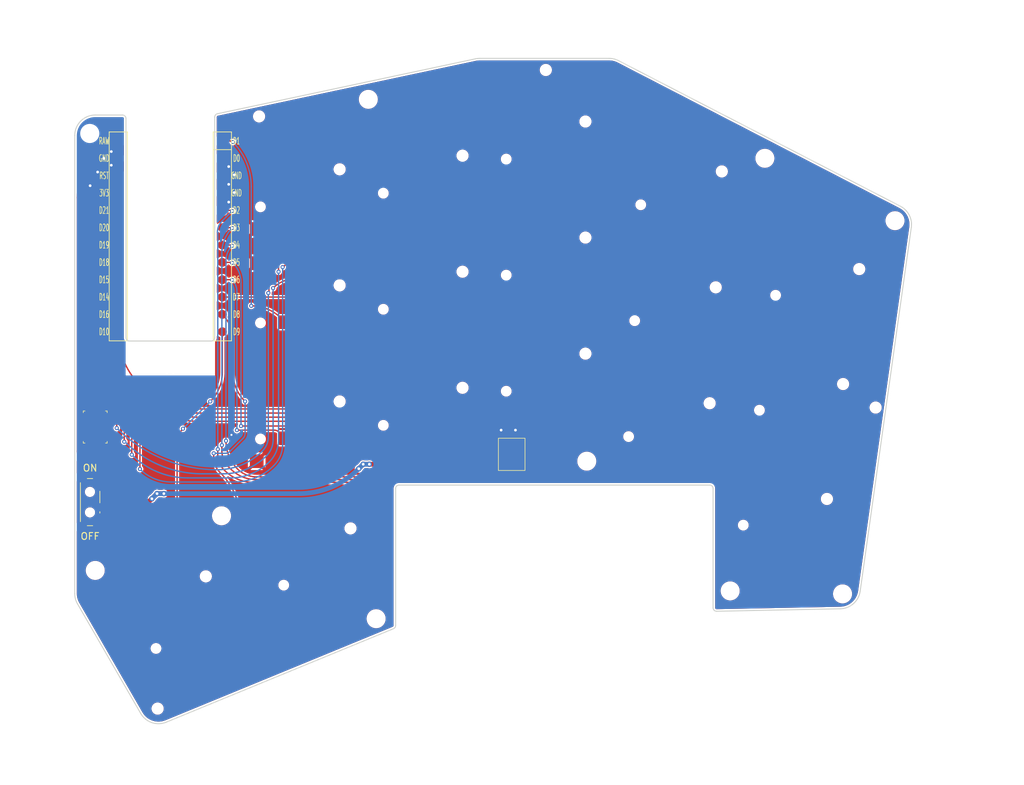
<source format=kicad_pcb>
(kicad_pcb (version 20241229) (generator "pcbnew") (generator_version "9.0")
  (title_block (title "slimsplaydy_right") (date "2025-06-18") (rev "1.0") (company "huntercook"))
  (layers (0 "F.Cu" signal) (2 "B.Cu" signal) (13 "F.Paste" user) (15 "B.Paste" user) (5 "F.SilkS" user "F.Silkscreen") (7 "B.SilkS" user "B.Silkscreen") (1 "F.Mask" user) (3 "B.Mask" user) (25 "Edge.Cuts" user))
  (net 0 "")
  (net 1 "RAW")
  (net 2 "GND")
  (net 3 "RST")
  (net 5 "mirror_finger_inner_top")
  (net 6 "mirror_finger_index_top")
  (net 7 "mirror_finger_middle_top")
  (net 8 "mirror_finger_ring_top")
  (net 9 "mirror_finger_pinky_home")
  (net 10 "mirror_finger_ring_home")
  (net 11 "mirror_finger_middle_home")
  (net 12 "mirror_finger_index_home")
  (net 13 "mirror_finger_inner_home")
  (net 15 "mirror_finger_pinky_bottom")
  (net 16 "mirror_finger_ring_bottom")
  (net 17 "mirror_finger_middle_bottom")
  (net 18 "mirror_finger_index_bottom")
  (net 19 "mirror_finger_inner_bottom")
  (net 20 "mirror_finger_pinky_top")
  (net 21 "mirror_thumb_tucky_fan")
  (net 22 "mirror_thumb_reachy_fan")
  (net 23 "BAT_P")
  (footprint "ceoloide:mounting_hole_npth" (layer "F.Cu") (at 163.94921 -60.450245)
    (property "Reference" "MH15" (hide yes))
    (property "Value" "")
  )
  (footprint "ceoloide:mounting_hole_npth" (layer "F.Cu") (at 123.94921 8.549755)
    (property "Reference" "MH8" (hide yes))
    (property "Value" "")
  )
  (footprint "PG1316S" (layer "F.Cu") (at 136.498543 14.699368 30)
    (property "Reference" "S17" (hide yes))
    (property "Value" "PG1316S")
  )
  (footprint "PG1316S" (layer "F.Cu") (at 189.94921 -37.450245)
    (property "Reference" "S8" (hide yes))
    (property "Value" "PG1316S")
  )
  (footprint "PG1316S" (layer "F.Cu") (at 156.44921 6.549755 15)
    (property "Reference" "S16" (hide yes))
    (property "Value" "PG1316S")
  )
  (footprint "ceoloide:mounting_hole_npth" (layer "F.Cu") (at 133.088289 28.792635 30)
    (property "Reference" "MH1" (hide yes))
    (property "Value" "")
  )
  (footprint "ceoloide:mounting_hole_npth" (layer "F.Cu") (at 142.44921 0.549755)
    (property "Reference" "MH7" (hide yes))
    (property "Value" "")
  )
  (footprint "PG1316S" (layer "F.Cu") (at 224.997087 0 -8)
    (property "Reference" "S1" (hide yes))
    (property "Value" "PG1316S")
  )
  (footprint "ceoloide:mounting_hole_npth" (layer "F.Cu") (at 123.14921 -55.450245)
    (property "Reference" "MH5" (hide yes))
    (property "Value" "")
  )
  (footprint "PG1316S" (layer "F.Cu") (at 208.899689 -30.472188 -3)
    (property "Reference" "S5" (hide yes))
    (property "Value" "PG1316S")
  )
  (footprint "PG1316S" (layer "F.Cu") (at 171.94921 -15.450245)
    (property "Reference" "S10" (hide yes))
    (property "Value" "PG1316S")
  )
  (footprint "ceoloide:mounting_hole_npth" (layer "F.Cu") (at 189.94921 -64.750244)
    (property "Reference" "MH3" (hide yes))
    (property "Value" "")
  )
  (footprint "PG1316S" (layer "F.Cu") (at 189.94921 -20.450245)
    (property "Reference" "S7" (hide yes))
    (property "Value" "PG1316S")
  )
  (footprint "ceoloide:power_switch_smd_side" (layer "F.Cu") (at 123.19921 -1.450245 180)
    (property "Reference" "PWR1" (hide yes))
    (property "Value" "Power SW")
  )
  (footprint "PG1316S" (layer "F.Cu") (at 153.94921 -13.450245)
    (property "Reference" "S13" (hide yes))
    (property "Value" "PG1316S")
  )
  (footprint "Molex_Pico_EZMate_Plus_1x02" (layer "F.Cu") (at 184.94921 -8.450245)
    (property "Reference" "CONN1" (hide yes))
    (property "Value" "Battery Connector")
  )
  (footprint "PG1316S" (layer "F.Cu") (at 171.94921 -32.450245)
    (property "Reference" "S11" (hide yes))
    (property "Value" "PG1316S")
  )
  (footprint "ceoloide:mounting_hole_npth" (layer "F.Cu") (at 147.94921 -57.950245)
    (property "Reference" "MH4" (hide yes))
    (property "Value" "")
  )
  (footprint "ceoloide:mounting_hole_npth" (layer "F.Cu") (at 222.034635 -51.814006 -3)
    (property "Reference" "MH14" (hide yes))
    (property "Value" "")
  )
  (footprint "ceoloide:mcu_nice_nano" (layer "F.Cu") (at 134.94921 -41.650245)
    (property "Reference" "MCU1" (hide yes))
    (property "Value" "nice_nano")
  )
  (footprint "ceoloide:reset_switch_smd_side" (layer "F.Cu") (at 123.94921 -12.450245 90)
    (property "Reference" "RST1" (hide yes))
    (property "Value" "Reset SW")
  )
  (footprint "ceoloide:mounting_hole_npth" (layer "F.Cu") (at 238.255978 -15.303653 -8)
    (property "Reference" "MH2" (hide yes))
    (property "Value" "")
  )
  (footprint "PG1316S" (layer "F.Cu") (at 208.009978 -13.495486 -3)
    (property "Reference" "S4" (hide yes))
    (property "Value" "PG1316S")
  )
  (footprint "PG1316S" (layer "F.Cu") (at 189.94921 -54.450245)
    (property "Reference" "S9" (hide yes))
    (property "Value" "PG1316S")
  )
  (footprint "PG1316S" (layer "F.Cu") (at 171.94921 -49.450245)
    (property "Reference" "S12" (hide yes))
    (property "Value" "PG1316S")
  )
  (footprint "ceoloide:mounting_hole_npth" (layer "F.Cu") (at 216.94921 11.549756)
    (property "Reference" "MH11" (hide yes))
    (property "Value" "")
  )
  (footprint "PG1316S" (layer "F.Cu") (at 153.94921 -30.450245)
    (property "Reference" "S14" (hide yes))
    (property "Value" "PG1316S")
  )
  (footprint "ceoloide:mounting_hole_npth" (layer "F.Cu") (at 134.94921 -21.450245)
    (property "Reference" "MH6" (hide yes))
    (property "Value" "")
  )
  (footprint "PG1316S" (layer "F.Cu") (at 153.94921 -47.450245)
    (property "Reference" "S15" (hide yes))
    (property "Value" "PG1316S")
  )
  (footprint "PG1316S" (layer "F.Cu") (at 227.36303 -16.834557 -8)
    (property "Reference" "S2" (hide yes))
    (property "Value" "PG1316S")
  )
  (footprint "PG1316S" (layer "F.Cu") (at 229.728972 -33.669114 -8)
    (property "Reference" "S3" (hide yes))
    (property "Value" "PG1316S")
  )
  (footprint "PG1316S" (layer "F.Cu") (at 209.789401 -47.44889 -3)
    (property "Reference" "S6" (hide yes))
    (property "Value" "PG1316S")
  )
  (footprint "ceoloide:mounting_hole_npth" (layer "F.Cu") (at 165.091775 15.622025 15)
    (property "Reference" "MH9" (hide yes))
    (property "Value" "")
  )
  (footprint "ceoloide:mounting_hole_npth" (layer "F.Cu") (at 195.94921 -7.450245)
    (property "Reference" "MH10" (hide yes))
    (property "Value" "")
  )
  (footprint "ceoloide:mounting_hole_npth" (layer "F.Cu") (at 233.410615 11.987599 -8)
    (property "Reference" "MH12" (hide yes))
    (property "Value" "")
  )
  (footprint "ceoloide:mounting_hole_npth" (layer "F.Cu") (at 241.09297 -42.675198 -8)
    (property "Reference" "MH13" (hide yes))
    (property "Value" "")
  )
  (footprint "magsafe" (layer "B.Cu") (at 179.94921 -32.450245)
    (property "Reference" "MAG1" (hide yes))
    (property "Value" "")
  )
  (gr_arc (start 199.2202 -66.450245) (mid 199.928595 -66.365409) (end 200.596924 -66.115696) (stroke (width 0.15)) (layer "Edge.Cuts"))
  (gr_arc (start 214.959153 14.529291) (mid 214.599187 14.386444) (end 214.44921 14.02939) (stroke (width 0.15)) (layer "Edge.Cuts"))
  (gr_arc (start 213.94921 -3.950245) (mid 214.302773 -3.803798) (end 214.44921 -3.450245) (stroke (width 0.15)) (layer "Edge.Cuts"))
  (gr_line (start 127.94921 -58.150245) (end 123.94921 -58.150245) (stroke (width 0.15)) (layer "Edge.Cuts"))
  (gr_line (start 179.64043 -66.38453) (end 141.845131 -58.340914) (stroke (width 0.15)) (layer "Edge.Cuts"))
  (gr_arc (start 241.887245 -44.788947) (mid 243.175361 -43.50138) (end 243.481324 -41.705976) (stroke (width 0.15)) (layer "Edge.Cuts"))
  (gr_arc (start 134.35131 30.775902) (mid 132.241718 30.840849) (end 130.611384 29.500432) (stroke (width 0.15)) (layer "Edge.Cuts"))
  (gr_line (start 214.44921 14.02939) (end 214.44921 -3.450245) (stroke (width 0.15)) (layer "Edge.Cuts"))
  (gr_line (start 241.887245 -44.788947) (end 200.596924 -66.115696) (stroke (width 0.15)) (layer "Edge.Cuts"))
  (gr_line (start 199.2202 -66.450245) (end 180.264906 -66.450245) (stroke (width 0.15)) (layer "Edge.Cuts"))
  (gr_arc (start 128.94921 -25.050245) (mid 128.595666 -25.196691) (end 128.44921 -25.550245) (stroke (width 0.15)) (layer "Edge.Cuts"))
  (gr_line (start 141.44921 -25.550245) (end 141.44921 -57.851867) (stroke (width 0.15)) (layer "Edge.Cuts"))
  (gr_arc (start 120.94921 -55.150245) (mid 121.827906 -57.271533) (end 123.94921 -58.150245) (stroke (width 0.15)) (layer "Edge.Cuts"))
  (gr_arc (start 141.44921 -57.851867) (mid 141.560597 -58.166478) (end 141.845131 -58.340914) (stroke (width 0.15)) (layer "Edge.Cuts"))
  (gr_arc (start 141.44921 -25.550245) (mid 141.30278 -25.196659) (end 140.94921 -25.050245) (stroke (width 0.15)) (layer "Edge.Cuts"))
  (gr_line (start 167.94921 -3.450245) (end 167.94921 16.62056) (stroke (width 0.15)) (layer "Edge.Cuts"))
  (gr_line (start 134.35131 30.775903) (end 167.639419 17.082967) (stroke (width 0.15)) (layer "Edge.Cuts"))
  (gr_arc (start 235.991491 11.586957) (mid 235.011269 13.413857) (end 233.080348 14.168844) (stroke (width 0.15)) (layer "Edge.Cuts"))
  (gr_arc (start 121.350541 13.445516) (mid 121.051268 12.722429) (end 120.94921 11.946544) (stroke (width 0.15)) (layer "Edge.Cuts"))
  (gr_line (start 140.94921 -25.050245) (end 128.94921 -25.050245) (stroke (width 0.15)) (layer "Edge.Cuts"))
  (gr_arc (start 127.94921 -58.150245) (mid 128.302773 -58.003798) (end 128.44921 -57.650245) (stroke (width 0.15)) (layer "Edge.Cuts"))
  (gr_line (start 128.44921 -25.550245) (end 128.44921 -57.650245) (stroke (width 0.15)) (layer "Edge.Cuts"))
  (gr_line (start 120.94921 -55.150245) (end 120.94921 11.946544) (stroke (width 0.15)) (layer "Edge.Cuts"))
  (gr_arc (start 179.64043 -66.38453) (mid 179.950944 -66.433771) (end 180.264906 -66.450245) (stroke (width 0.15)) (layer "Edge.Cuts"))
  (gr_line (start 121.350541 13.445516) (end 130.611384 29.500432) (stroke (width 0.15)) (layer "Edge.Cuts"))
  (gr_line (start 214.959153 14.529291) (end 233.080348 14.168844) (stroke (width 0.15)) (layer "Edge.Cuts"))
  (gr_line (start 235.991491 11.586957) (end 243.481324 -41.705976) (stroke (width 0.15)) (layer "Edge.Cuts"))
  (gr_line (start 213.94921 -3.950245) (end 168.44921 -3.950245) (stroke (width 0.15)) (layer "Edge.Cuts"))
  (gr_arc (start 167.94921 -3.450245) (mid 168.095673 -3.803766) (end 168.44921 -3.950245) (stroke (width 0.15)) (layer "Edge.Cuts"))
  (gr_arc (start 167.94921 16.62056) (mid 167.86462 16.898873) (end 167.639419 17.082967) (stroke (width 0.15)) (layer "Edge.Cuts"))
  (segment (start 124.316014 -52.616014) (end 125.14593 -53.44593) (width 0.7) (layer "F.Cu") (net 1))
  (segment (start 124.036463 -7) (end 123.454757 -7) (width 0.7) (layer "F.Cu") (net 1))
  (segment (start 125.8 -5.148101) (end 125.8 -5.349353) (width 0.7) (layer "F.Cu") (net 1))
  (segment (start 124.93421 -3.700245) (end 125.200245 -3.700245) (width 0.7) (layer "F.Cu") (net 1))
  (segment (start 121.60021 -8.900395) (end 121.60021 -46.059485) (width 0.7) (layer "F.Cu") (net 1))
  (arc (start 125.200245 -3.700245) (mid 125.644143 -4.364557) (end 125.8 -5.148101) (width 0.7) (layer "F.Cu") (net 1))
  (arc (start 124.316014 -52.616014) (mid 122.306025 -49.607853) (end 121.60021 -46.059485) (width 0.7) (layer "F.Cu") (net 1))
  (arc (start 121.60021 -8.900395) (mid 121.747338 -8.160733) (end 122.166317 -7.533683) (width 0.7) (layer "F.Cu") (net 1))
  (arc (start 123.454757 -7) (mid 122.757464 -7.138698) (end 122.166317 -7.533683) (width 0.7) (layer "F.Cu") (net 1))
  (arc (start 127.32921 -54.350245) (mid 126.147598 -54.115223) (end 125.14593 -53.44593) (width 0.7) (layer "F.Cu") (net 1))
  (arc (start 125.339903 -6.460097) (mid 125.68043 -5.950472) (end 125.8 -5.349353) (width 0.7) (layer "F.Cu") (net 1))
  (arc (start 124.036463 -7) (mid 124.74188 -6.859684) (end 125.339903 -6.460097) (width 0.7) (layer "F.Cu") (net 1))
  (via (at 143.5 -45.4) (size 0.8) (drill 0.4) (layers "F.Cu" "B.Cu") (net 2))
  (via (at 124.3 -49.8) (size 0.8) (drill 0.4) (layers "F.Cu" "B.Cu") (net 2))
  (via (at 183.4 -12) (size 0.8) (drill 0.4) (layers "F.Cu" "B.Cu") (net 2))
  (via (at 123.2 -47.8) (size 0.8) (drill 0.4) (layers "F.Cu" "B.Cu") (net 2))
  (via (at 126.3 -52.8) (size 0.8) (drill 0.4) (layers "F.Cu" "B.Cu") (net 2))
  (via (at 185.5 -12) (size 0.8) (drill 0.4) (layers "F.Cu" "B.Cu") (net 2))
  (via (at 143.5 -48) (size 0.8) (drill 0.4) (layers "F.Cu" "B.Cu") (net 2))
  (via (at 144.3 -46.8) (size 0.8) (drill 0.4) (layers "F.Cu" "B.Cu") (net 2))
  (via (at 125.2 -51.8) (size 0.8) (drill 0.4) (layers "F.Cu" "B.Cu") (net 2))
  (via (at 143.5 -50.6) (size 0.8) (drill 0.4) (layers "F.Cu" "B.Cu") (net 2))
  (via (at 143.9 -11.3) (size 0.6) (drill 0.3) (layers "F.Cu" "B.Cu") (net 2))
  (via (at 144.3 -49.4) (size 0.8) (drill 0.4) (layers "F.Cu" "B.Cu") (net 2))
  (via (at 126.3 -50.8) (size 0.8) (drill 0.4) (layers "F.Cu" "B.Cu") (net 2))
  (segment (start 122.25121 -41.309203) (end 122.25121 -21.226693) (width 0.2) (layer "F.Cu") (net 3))
  (segment (start 124.79921 -9.825245) (end 124.79921 -15.075245) (width 0.2) (layer "F.Cu") (net 3))
  (arc (start 127.32921 -49.270245) (mid 126.166072 -49.038897) (end 125.180073 -48.380073) (width 0.2) (layer "F.Cu") (net 3))
  (arc (start 123.720527 -17.679473) (mid 124.518869 -16.484669) (end 124.79921 -15.075245) (width 0.2) (layer "F.Cu") (net 3))
  (arc (start 122.25121 -21.226693) (mid 122.633068 -19.306961) (end 123.720527 -17.679473) (width 0.2) (layer "F.Cu") (net 3))
  (arc (start 125.180073 -48.380073) (mid 123.01239 -45.135918) (end 122.25121 -41.309203) (width 0.2) (layer "F.Cu") (net 3))
  (segment (start 123 -24.633299) (end 123 -33.738558) (width 0.2) (layer "F.Cu") (net 5))
  (segment (start 127.1 -12.3) (end 127.1 -14.7351) (width 0.2) (layer "F.Cu") (net 5))
  (segment (start 149.4 -32.2) (end 149.4 -39.068465) (width 0.2) (layer "F.Cu") (net 5))
  (segment (start 149.3 -32.090245) (end 149.3 -32.1) (width 0.2) (layer "F.Cu") (net 5))
  (segment (start 149.3 -32.1) (end 149.4 -32.2) (width 0.2) (layer "F.Cu") (net 5))
  (via (at 127.1 -12.3) (size 0.6) (drill 0.3) (layers "F.Cu" "B.Cu") (net 5))
  (via (at 149.3 -32.090245) (size 0.6) (drill 0.3) (layers "F.Cu" "B.Cu") (net 5))
  (arc (start 123 -33.738558) (mid 124.125134 -39.394988) (end 127.32921 -44.190245) (width 0.2) (layer "F.Cu") (net 5))
  (arc (start 149.4 -39.068465) (mid 150.017024 -42.170456) (end 151.77421 -44.800245) (width 0.2) (layer "F.Cu") (net 5))
  (arc (start 126.276237 -16.723763) (mid 123.851466 -20.352689) (end 123 -24.633299) (width 0.2) (layer "F.Cu") (net 5))
  (arc (start 126.276237 -16.723763) (mid 126.885926 -15.811326) (end 127.1 -14.7351) (width 0.2) (layer "F.Cu") (net 5))
  (segment (start 149.3 -32.090245) (end 149.3 -11.017949) (width 0.2) (layer "B.Cu") (net 5))
  (arc (start 141.826715 -6.2) (mid 145.405166 -6.91179) (end 148.438797 -8.938797) (width 0.2) (layer "B.Cu") (net 5))
  (arc (start 141.826715 -6.2) (mid 133.85667 -7.78534) (end 127.1 -12.3) (width 0.2) (layer "B.Cu") (net 5))
  (arc (start 149.3 -11.017949) (mid 149.076176 -9.89271) (end 148.438797 -8.938797) (width 0.2) (layer "B.Cu") (net 5))
  (segment (start 169.77421 -41.653064) (end 169.77421 -46.800245) (width 0.2) (layer "F.Cu") (net 6))
  (segment (start 153.379911 -34.2) (end 161.951385 -34.2) (width 0.2) (layer "F.Cu") (net 6))
  (segment (start 128.2 -10.3) (end 128.2 -13.538017) (width 0.2) (layer "F.Cu") (net 6))
  (segment (start 123.5 -24.884689) (end 123.5 -32.405677) (width 0.2) (layer "F.Cu") (net 6))
  (via (at 128.2 -10.3) (size 0.6) (drill 0.3) (layers "F.Cu" "B.Cu") (net 6))
  (via (at 150 -32.8) (size 0.6) (drill 0.3) (layers "F.Cu" "B.Cu") (net 6))
  (arc (start 123.5 -32.405677) (mid 124.495186 -37.408816) (end 127.32921 -41.650245) (width 0.2) (layer "F.Cu") (net 6))
  (arc (start 169.77421 -41.653064) (mid 169.226783 -38.900962) (end 167.667829 -36.567829) (width 0.2) (layer "F.Cu") (net 6))
  (arc (start 126.635799 -17.314201) (mid 127.793501 -15.581623) (end 128.2 -13.538017) (width 0.2) (layer "F.Cu") (net 6))
  (arc (start 123.5 -24.884689) (mid 124.314968 -20.78757) (end 126.635799 -17.314201) (width 0.2) (layer "F.Cu") (net 6))
  (arc (start 150 -32.8) (mid 151.550711 -33.836149) (end 153.379911 -34.2) (width 0.2) (layer "F.Cu") (net 6))
  (arc (start 161.951385 -34.2) (mid 165.045102 -34.815379) (end 167.667829 -36.567829) (width 0.2) (layer "F.Cu") (net 6))
  (segment (start 128.3 -10.3) (end 128.2 -10.3) (width 0.2) (layer "B.Cu") (net 6))
  (segment (start 150 -32.8) (end 150 -10.565263) (width 0.2) (layer "B.Cu") (net 6))
  (segment (start 142.674259 -5.6) (end 139.646708 -5.6) (width 0.2) (layer "B.Cu") (net 6))
  (arc (start 128.3 -10.3) (mid 133.505951 -6.821472) (end 139.646708 -5.6) (width 0.2) (layer "B.Cu") (net 6))
  (arc (start 149.034578 -8.234566) (mid 149.749107 -9.303927) (end 150 -10.565263) (width 0.2) (layer "B.Cu") (net 6))
  (arc (start 149.034578 -8.234566) (mid 146.116446 -6.284702) (end 142.674259 -5.6) (width 0.2) (layer "B.Cu") (net 6))
  (segment (start 151.009243 -36.409243) (end 156.90368 -42.30368) (width 0.2) (layer "F.Cu") (net 7))
  (segment (start 124 -24.571832) (end 124 -31.072836) (width 0.2) (layer "F.Cu") (net 7))
  (segment (start 150.8 -35.2) (end 150.8 -35.904085) (width 0.2) (layer "F.Cu") (net 7))
  (segment (start 129.3 -8.4) (end 129.3 -12.575969) (width 0.2) (layer "F.Cu") (net 7))
  (segment (start 127.161686 -17.738314) (end 126.596376 -18.303624) (width 0.2) (layer "F.Cu") (net 7))
  (segment (start 177.413788 -50.799245) (end 185.357596 -50.799245) (width 0.2) (layer "F.Cu") (net 7))
  (via (at 129.3 -8.4) (size 0.6) (drill 0.3) (layers "F.Cu" "B.Cu") (net 7))
  (via (at 150.8 -35.2) (size 0.6) (drill 0.3) (layers "F.Cu" "B.Cu") (net 7))
  (arc (start 129.3 -12.575969) (mid 128.74427 -15.36981) (end 127.161686 -17.738314) (width 0.2) (layer "F.Cu") (net 7))
  (arc (start 156.90368 -42.30368) (mid 166.313798 -48.591319) (end 177.413788 -50.799245) (width 0.2) (layer "F.Cu") (net 7))
  (arc (start 124 -31.072836) (mid 124.865231 -35.422644) (end 127.32921 -39.110245) (width 0.2) (layer "F.Cu") (net 7))
  (arc (start 185.357596 -50.799245) (mid 186.665453 -51.059394) (end 187.77421 -51.800245) (width 0.2) (layer "F.Cu") (net 7))
  (arc (start 151.009243 -36.409243) (mid 150.85438 -36.177475) (end 150.8 -35.904085) (width 0.2) (layer "F.Cu") (net 7))
  (arc (start 124 -24.571832) (mid 124.674776 -21.179503) (end 126.596376 -18.303624) (width 0.2) (layer "F.Cu") (net 7))
  (segment (start 150.8 -10.579771) (end 150.8 -35.2) (width 0.2) (layer "B.Cu") (net 7))
  (segment (start 137.50804 -5) (end 143.747205 -5) (width 0.2) (layer "B.Cu") (net 7))
  (arc (start 149.470801 -7.370801) (mid 146.844784 -5.616147) (end 143.747205 -5) (width 0.2) (layer "B.Cu") (net 7))
  (arc (start 149.470801 -7.370801) (mid 150.454552 -8.843089) (end 150.8 -10.579771) (width 0.2) (layer "B.Cu") (net 7))
  (arc (start 129.3 -8.4) (mid 133.065925 -5.883606) (end 137.50804 -5) (width 0.2) (layer "B.Cu") (net 7))
  (segment (start 178.554113 -50.398245) (end 194.244327 -50.398245) (width 0.2) (layer "F.Cu") (net 8))
  (segment (start 124.5 -24.626183) (end 124.5 -29.739969) (width 0.2) (layer "F.Cu") (net 8))
  (segment (start 151.475735 -35.875735) (end 157.119777 -41.519813) (width 0.2) (layer "F.Cu") (net 8))
  (segment (start 130.5 -6.3) (end 130.5 -11.048683) (width 0.2) (layer "F.Cu") (net 8))
  (segment (start 127.493864 -18.306136) (end 126.851967 -18.948033) (width 0.2) (layer "F.Cu") (net 8))
  (segment (start 151.4 -35.875735) (end 151.475735 -35.875735) (width 0.2) (layer "F.Cu") (net 8))
  (via (at 130.5 -6.3) (size 0.6) (drill 0.3) (layers "F.Cu" "B.Cu") (net 8))
  (via (at 151.4 -35.875735) (size 0.6) (drill 0.3) (layers "F.Cu" "B.Cu") (net 8))
  (arc (start 207.478691 -44.916352) (mid 201.406677 -48.973564) (end 194.244327 -50.398245) (width 0.2) (layer "F.Cu") (net 8))
  (arc (start 124.5 -29.739969) (mid 125.23528 -33.436472) (end 127.32921 -36.570245) (width 0.2) (layer "F.Cu") (net 8))
  (arc (start 126.851967 -18.948033) (mid 125.111256 -21.55319) (end 124.5 -24.626183) (width 0.2) (layer "F.Cu") (net 8))
  (arc (start 130.5 -11.048683) (mid 129.71873 -14.976388) (end 127.493864 -18.306136) (width 0.2) (layer "F.Cu") (net 8))
  (arc (start 157.119777 -41.519813) (mid 166.953926 -48.090815) (end 178.554113 -50.398245) (width 0.2) (layer "F.Cu") (net 8))
  (segment (start 130.5 -6.3) (end 130.503366 -6.3) (width 0.2) (layer "B.Cu") (net 8))
  (segment (start 151.4 -9.931142) (end 151.4 -35.875735) (width 0.2) (layer "B.Cu") (net 8))
  (segment (start 135.086933 -4.4) (end 144.298569 -4.4) (width 0.2) (layer "B.Cu") (net 8))
  (segment (start 130.503366 -6.3) (end 130.681838 -6.121528) (width 0.2) (layer "B.Cu") (net 8))
  (arc (start 130.681838 -6.121528) (mid 132.722637 -4.846201) (end 135.086933 -4.4) (width 0.2) (layer "B.Cu") (net 8))
  (arc (start 150.105187 -6.805187) (mid 151.063489 -8.239387) (end 151.4 -9.931142) (width 0.2) (layer "B.Cu") (net 8))
  (arc (start 144.298569 -4.4) (mid 147.441082 -5.025085) (end 150.105187 -6.805187) (width 0.2) (layer "B.Cu") (net 8))
  (segment (start 224.320233 -13.992893) (end 224.840388 -14.513048) (width 0.2) (layer "F.Cu") (net 9))
  (segment (start 179.499219 -23.8) (end 182.260084 -23.8) (width 0.2) (layer "F.Cu") (net 9))
  (segment (start 139.024393 -13.3) (end 158.016893 -13.3) (width 0.2) (layer "F.Cu") (net 9))
  (segment (start 127.279106 -19.420894) (end 129.422953 -17.277047) (width 0.2) (layer "F.Cu") (net 9))
  (segment (start 166.523588 -16.823588) (end 169.257912 -19.557912) (width 0.2) (layer "F.Cu") (net 9))
  (segment (start 206.643614 -13.7) (end 223.613126 -13.7) (width 0.2) (layer "F.Cu") (net 9))
  (segment (start 125 -28.407025) (end 125 -24.923142) (width 0.2) (layer "F.Cu") (net 9))
  (arc (start 197.180054 -17.619946) (mid 190.334714 -22.193856) (end 182.260084 -23.8) (width 0.2) (layer "F.Cu") (net 9))
  (arc (start 169.257912 -19.557912) (mid 173.956664 -22.697517) (end 179.499219 -23.8) (width 0.2) (layer "F.Cu") (net 9))
  (arc (start 127.32921 -34.030245) (mid 125.605342 -31.450292) (end 125 -28.407025) (width 0.2) (layer "F.Cu") (net 9))
  (arc (start 139.024393 -13.3) (mid 133.828131 -14.333601) (end 129.422953 -17.277047) (width 0.2) (layer "F.Cu") (net 9))
  (arc (start 224.320233 -13.992893) (mid 223.99581 -13.77612) (end 223.613126 -13.7) (width 0.2) (layer "F.Cu") (net 9))
  (arc (start 158.016893 -13.3) (mid 162.620683 -14.215751) (end 166.523588 -16.823588) (width 0.2) (layer "F.Cu") (net 9))
  (arc (start 127.279106 -19.420894) (mid 125.592321 -21.945347) (end 125 -24.923142) (width 0.2) (layer "F.Cu") (net 9))
  (arc (start 206.643614 -13.7) (mid 201.521983 -14.718756) (end 197.180054 -17.619946) (width 0.2) (layer "F.Cu") (net 9))
  (segment (start 182.801628 -29.3) (end 203.304832 -29.3) (width 0.2) (layer "F.Cu") (net 10))
  (segment (start 138.947335 -13.9) (end 158.164092 -13.9) (width 0.2) (layer "F.Cu") (net 10))
  (segment (start 165.907371 -17.107371) (end 174.775447 -25.975447) (width 0.2) (layer "F.Cu") (net 10))
  (segment (start 127.837625 -19.662375) (end 129.818863 -17.681137) (width 0.2) (layer "F.Cu") (net 10))
  (segment (start 125.5 -27.07427) (end 125.5 -25.305903) (width 0.2) (layer "F.Cu") (net 10))
  (arc (start 138.947335 -13.9) (mid 134.007042 -14.882685) (end 129.818863 -17.681137) (width 0.2) (layer "F.Cu") (net 10))
  (arc (start 127.837625 -19.662375) (mid 126.107529 -22.251648) (end 125.5 -25.305903) (width 0.2) (layer "F.Cu") (net 10))
  (arc (start 203.304832 -29.3) (mid 205.082188 -28.946462) (end 206.588979 -27.93965) (width 0.2) (layer "F.Cu") (net 10))
  (arc (start 182.801628 -29.3) (mid 178.45789 -28.435977) (end 174.775447 -25.975447) (width 0.2) (layer "F.Cu") (net 10))
  (arc (start 158.164092 -13.9) (mid 162.354724 -14.733569) (end 165.907371 -17.107371) (width 0.2) (layer "F.Cu") (net 10))
  (arc (start 127.32921 -31.490245) (mid 125.975373 -29.464129) (end 125.5 -27.07427) (width 0.2) (layer "F.Cu") (net 10))
  (segment (start 128.433314 -19.866686) (end 130.179891 -18.120109) (width 0.2) (layer "F.Cu") (net 11))
  (segment (start 186.866858 -33.892893) (end 187.77421 -34.800245) (width 0.2) (layer "F.Cu") (net 11))
  (segment (start 184.59411 -33.6) (end 186.159751 -33.6) (width 0.2) (layer "F.Cu") (net 11))
  (segment (start 138.919606 -14.5) (end 158.474384 -14.5) (width 0.2) (layer "F.Cu") (net 11))
  (segment (start 165.164381 -17.271087) (end 179.300687 -31.407393) (width 0.2) (layer "F.Cu") (net 11))
  (arc (start 158.474384 -14.5) (mid 162.094984 -15.220182) (end 165.164381 -17.271087) (width 0.2) (layer "F.Cu") (net 11))
  (arc (start 127.32921 -28.950245) (mid 126.345444 -27.477948) (end 126 -25.741284) (width 0.2) (layer "F.Cu") (net 11))
  (arc (start 128.433314 -19.866686) (mid 126.632398 -22.561948) (end 126 -25.741284) (width 0.2) (layer "F.Cu") (net 11))
  (arc (start 184.59411 -33.6) (mid 181.72933 -33.03016) (end 179.300687 -31.407393) (width 0.2) (layer "F.Cu") (net 11))
  (arc (start 186.159751 -33.6) (mid 186.542434 -33.67612) (end 186.866858 -33.892893) (width 0.2) (layer "F.Cu") (net 11))
  (arc (start 138.919606 -14.5) (mid 134.189706 -15.440836) (end 130.179891 -18.120109) (width 0.2) (layer "F.Cu") (net 11))
  (segment (start 165.997427 -18.997427) (end 164.181849 -17.181849) (width 0.2) (layer "F.Cu") (net 12))
  (segment (start 169.77421 -29.800245) (end 169.77421 -28.115388) (width 0.2) (layer "F.Cu") (net 12))
  (segment (start 127.32921 -26.235303) (end 127.32921 -26.410245) (width 0.2) (layer "F.Cu") (net 12))
  (segment (start 159.155821 -15.1) (end 138.96932 -15.1) (width 0.2) (layer "F.Cu") (net 12))
  (arc (start 169.77421 -28.115388) (mid 168.792656 -23.180783) (end 165.997427 -18.997427) (width 0.2) (layer "F.Cu") (net 12))
  (arc (start 164.181849 -17.181849) (mid 161.875888 -15.641055) (end 159.155821 -15.1) (width 0.2) (layer "F.Cu") (net 12))
  (arc (start 130.486161 -18.613839) (mid 128.149658 -22.110631) (end 127.32921 -26.235303) (width 0.2) (layer "F.Cu") (net 12))
  (arc (start 130.486161 -18.613839) (mid 134.378267 -16.013217) (end 138.96932 -15.1) (width 0.2) (layer "F.Cu") (net 12))
  (segment (start 142.56921 -54.350245) (end 143.949755 -54.350245) (width 0.2) (layer "F.Cu") (net 13))
  (segment (start 143.949755 -54.350245) (end 144.1 -54.2) (width 0.2) (layer "F.Cu") (net 13))
  (segment (start 151.194862 -28.379593) (end 151.77421 -27.800245) (width 0.2) (layer "F.Cu") (net 13))
  (via (at 146.8 -30.2) (size 0.6) (drill 0.3) (layers "F.Cu" "B.Cu") (net 13))
  (via (at 144.1 -54.2) (size 0.6) (drill 0.3) (layers "F.Cu" "B.Cu") (net 13))
  (arc (start 146.8 -30.2) (mid 149.178487 -29.726892) (end 151.194862 -28.379593) (width 0.2) (layer "F.Cu") (net 13))
  (segment (start 146.8 -47.681685) (end 146.8 -30.2) (width 0.2) (layer "B.Cu") (net 13))
  (arc (start 144.1 -54.2) (mid 146.098304 -51.209348) (end 146.8 -47.681685) (width 0.2) (layer "B.Cu") (net 13))
  (segment (start 142.56921 -44.190245) (end 143.909755 -44.190245) (width 0.2) (layer "F.Cu") (net 15))
  (segment (start 141.9 -9.2) (end 141.9 -8.330802) (width 0.2) (layer "F.Cu") (net 15))
  (segment (start 142.770308 -6.229692) (end 142.911925 -6.088075) (width 0.2) (layer "F.Cu") (net 15))
  (segment (start 221.013941 -1.286059) (end 220.800351 -1.499649) (width 0.2) (layer "F.Cu") (net 15))
  (segment (start 147.105002 -4.351245) (end 213.915979 -4.351245) (width 0.2) (layer "F.Cu") (net 15))
  (segment (start 143.909755 -44.190245) (end 144 -44.1) (width 0.2) (layer "F.Cu") (net 15))
  (segment (start 222.474445 2.239905) (end 222.474445 2.321509) (width 0.2) (layer "F.Cu") (net 15))
  (via (at 141.9 -9.2) (size 0.6) (drill 0.3) (layers "F.Cu" "B.Cu") (net 15))
  (via (at 144 -44.1) (size 0.6) (drill 0.3) (layers "F.Cu" "B.Cu") (net 15))
  (arc (start 222.474445 2.239905) (mid 222.094874 0.33167) (end 221.013941 -1.286059) (width 0.2) (layer "F.Cu") (net 15))
  (arc (start 213.915979 -4.351245) (mid 217.641774 -3.61014) (end 220.800351 -1.499649) (width 0.2) (layer "F.Cu") (net 15))
  (arc (start 147.105002 -4.351245) (mid 144.835725 -4.802632) (end 142.911925 -6.088075) (width 0.2) (layer "F.Cu") (net 15))
  (arc (start 141.9 -8.330802) (mid 142.126186 -7.19369) (end 142.770308 -6.229692) (width 0.2) (layer "F.Cu") (net 15))
  (segment (start 141.9 -40.95021) (end 141.85021 -41) (width 0.2) (layer "B.Cu") (net 15))
  (segment (start 142.522127 -42.622127) (end 144 -44.1) (width 0.2) (layer "B.Cu") (net 15))
  (segment (start 141.9 -9.2) (end 141.9 -40.95021) (width 0.2) (layer "B.Cu") (net 15))
  (arc (start 141.85021 -41) (mid 142.024835 -41.877879) (end 142.522127 -42.622127) (width 0.2) (layer "B.Cu") (net 15))
  (segment (start 143.454624 -6.645376) (end 143.797456 -6.302544) (width 0.2) (layer "F.Cu") (net 16))
  (segment (start 205.699268 -7.93457) (end 205.699268 -10.962948) (width 0.2) (layer "F.Cu") (net 16))
  (segment (start 142.501 -9.448943) (end 142.501 -8.951057) (width 0.2) (layer "F.Cu") (net 16))
  (segment (start 142.56921 -41.650245) (end 143.949755 -41.650245) (width 0.2) (layer "F.Cu") (net 16))
  (segment (start 142.5 -9.449943) (end 142.501 -9.448943) (width 0.2) (layer "F.Cu") (net 16))
  (segment (start 142.501 -8.951057) (end 142.5 -8.950057) (width 0.2) (layer "F.Cu") (net 16))
  (segment (start 147.540208 -4.752245) (end 201.551208 -4.752245) (width 0.2) (layer "F.Cu") (net 16))
  (segment (start 142.5 -9.8) (end 142.5 -9.449943) (width 0.2) (layer "F.Cu") (net 16))
  (segment (start 143.949755 -41.650245) (end 144 -41.6) (width 0.2) (layer "F.Cu") (net 16))
  (via (at 142.5 -9.8) (size 0.6) (drill 0.3) (layers "F.Cu" "B.Cu") (net 16))
  (via (at 144 -41.6) (size 0.6) (drill 0.3) (layers "F.Cu" "B.Cu") (net 16))
  (arc (start 201.551208 -4.752245) (mid 203.399926 -5.119978) (end 204.967198 -6.167198) (width 0.2) (layer "F.Cu") (net 16))
  (arc (start 205.699268 -7.93457) (mid 205.509009 -6.978075) (end 204.967198 -6.167198) (width 0.2) (layer "F.Cu") (net 16))
  (arc (start 147.540208 -4.752245) (mid 145.514645 -5.155155) (end 143.797456 -6.302544) (width 0.2) (layer "F.Cu") (net 16))
  (arc (start 143.454624 -6.645376) (mid 142.748099 -7.702765) (end 142.5 -8.950057) (width 0.2) (layer "F.Cu") (net 16))
  (segment (start 142.5 -9.8) (end 142.5 -37.978737) (width 0.2) (layer "B.Cu") (net 16))
  (arc (start 142.5 -37.978737) (mid 142.889827 -39.938529) (end 144 -41.6) (width 0.2) (layer "B.Cu") (net 16))
  (segment (start 187.77421 -7.204371) (end 187.77421 -17.800245) (width 0.2) (layer "F.Cu") (net 17))
  (segment (start 143.1 -10.429149) (end 143.1 -10.397081) (width 0.2) (layer "F.Cu") (net 17))
  (segment (start 142.56921 -39.110245) (end 143.889755 -39.110245) (width 0.2) (layer "F.Cu") (net 17))
  (segment (start 143.889755 -39.110245) (end 144 -39) (width 0.2) (layer "F.Cu") (net 17))
  (segment (start 147.575461 -5.153245) (end 185.656719 -5.153245) (width 0.2) (layer "F.Cu") (net 17))
  (via (at 143.1 -10.429149) (size 0.6) (drill 0.3) (layers "F.Cu" "B.Cu") (net 17))
  (via (at 144 -39) (size 0.6) (drill 0.3) (layers "F.Cu" "B.Cu") (net 17))
  (arc (start 187.77421 -7.204371) (mid 187.621653 -6.437406) (end 187.187204 -5.7872) (width 0.2) (layer "F.Cu") (net 17))
  (arc (start 187.187204 -5.7872) (mid 186.485013 -5.318005) (end 185.656719 -5.153245) (width 0.2) (layer "F.Cu") (net 17))
  (arc (start 144.795086 -6.304914) (mid 143.540515 -8.182467) (end 143.1 -10.397081) (width 0.2) (layer "F.Cu") (net 17))
  (arc (start 144.795086 -6.304914) (mid 146.070733 -5.452554) (end 147.575461 -5.153245) (width 0.2) (layer "F.Cu") (net 17))
  (segment (start 143.1 -10.429149) (end 143.1 -36.827294) (width 0.2) (layer "B.Cu") (net 17))
  (arc (start 144 -39) (mid 143.333887 -38.003122) (end 143.1 -36.827294) (width 0.2) (layer "B.Cu") (net 17))
  (segment (start 143.929755 -36.570245) (end 142.56921 -36.570245) (width 0.2) (layer "F.Cu") (net 18))
  (segment (start 144 -36.5) (end 143.929755 -36.570245) (width 0.2) (layer "F.Cu") (net 18))
  (segment (start 169.77421 -12.800245) (end 169.647424 -12.927034) (width 0.2) (layer "F.Cu") (net 18))
  (segment (start 145.3 -12.6) (end 162.711699 -12.6) (width 0.2) (layer "F.Cu") (net 18))
  (via (at 144 -36.5) (size 0.6) (drill 0.3) (layers "F.Cu" "B.Cu") (net 18))
  (via (at 145.3 -12.6) (size 0.6) (drill 0.3) (layers "F.Cu" "B.Cu") (net 18))
  (arc (start 163.54542 -12.945356) (mid 164.935048 -13.873938) (end 166.574264 -14.199997) (width 0.2) (layer "F.Cu") (net 18))
  (arc (start 169.647424 -12.927034) (mid 168.237479 -13.869151) (end 166.574264 -14.199997) (width 0.2) (layer "F.Cu") (net 18))
  (arc (start 163.54542 -12.945356) (mid 163.162915 -12.689758) (end 162.711699 -12.6) (width 0.2) (layer "F.Cu") (net 18))
  (segment (start 145.3 -12.6) (end 145.3 -33.602967) (width 0.2) (layer "B.Cu") (net 18))
  (segment (start 144.1 -36.5) (end 144 -36.5) (width 0.2) (layer "B.Cu") (net 18))
  (arc (start 145.3 -33.602967) (mid 144.988135 -35.17082) (end 144.1 -36.5) (width 0.2) (layer "B.Cu") (net 18))
  (segment (start 143.969755 -34.030245) (end 144 -34) (width 0.2) (layer "F.Cu") (net 19))
  (segment (start 144.7 -12) (end 150.160241 -12) (width 0.2) (layer "F.Cu") (net 19))
  (segment (start 150.867348 -11.707107) (end 151.77421 -10.800245) (width 0.2) (layer "F.Cu") (net 19))
  (segment (start 142.56921 -34.030245) (end 143.969755 -34.030245) (width 0.2) (layer "F.Cu") (net 19))
  (via (at 144.7 -12) (size 0.6) (drill 0.3) (layers "F.Cu" "B.Cu") (net 19))
  (via (at 144 -34) (size 0.6) (drill 0.3) (layers "F.Cu" "B.Cu") (net 19))
  (arc (start 150.867348 -11.707107) (mid 150.542925 -11.92388) (end 150.160241 -12) (width 0.2) (layer "F.Cu") (net 19))
  (segment (start 144.7 -12) (end 144.7 -32.310073) (width 0.2) (layer "B.Cu") (net 19))
  (arc (start 144 -34) (mid 144.518079 -33.224647) (end 144.7 -32.310073) (width 0.2) (layer "B.Cu") (net 19))
  (segment (start 142.56921 -31.490245) (end 158.620823 -31.490245) (width 0.2) (layer "F.Cu") (net 20))
  (segment (start 167.957711 -35.357711) (end 169.081959 -36.481959) (width 0.2) (layer "F.Cu") (net 20))
  (segment (start 179.506633 -40.8) (end 185.785734 -40.8) (width 0.2) (layer "F.Cu") (net 20))
  (segment (start 210.16925 -30.7) (end 226.144511 -30.7) (width 0.2) (layer "F.Cu") (net 20))
  (segment (start 226.851618 -30.992893) (end 227.20633 -31.347605) (width 0.2) (layer "F.Cu") (net 20))
  (arc (start 226.144511 -30.7) (mid 226.527194 -30.77612) (end 226.851618 -30.992893) (width 0.2) (layer "F.Cu") (net 20))
  (arc (start 167.957711 -35.357711) (mid 163.67391 -32.495367) (end 158.620823 -31.490245) (width 0.2) (layer "F.Cu") (net 20))
  (arc (start 210.16925 -30.7) (mid 203.083786 -32.109386) (end 197.076993 -36.123007) (width 0.2) (layer "F.Cu") (net 20))
  (arc (start 169.081959 -36.481959) (mid 173.86484 -39.677778) (end 179.506633 -40.8) (width 0.2) (layer "F.Cu") (net 20))
  (arc (start 197.076993 -36.123007) (mid 191.896519 -39.584489) (end 185.785734 -40.8) (width 0.2) (layer "F.Cu") (net 20))
  (segment (start 144.1 -21.5) (end 144.1 -20.545579) (width 0.2) (layer "F.Cu") (net 21))
  (segment (start 146.2514 3.9514) (end 149.807368 7.507368) (width 0.2) (layer "F.Cu") (net 21))
  (segment (start 141.3 -8.6) (end 141.3 -8.002322) (width 0.2) (layer "F.Cu") (net 21))
  (segment (start 144.1 -25.254715) (end 144.1 -21.5) (width 0.2) (layer "F.Cu") (net 21))
  (via (at 141.3 -8.6) (size 0.6) (drill 0.3) (layers "F.Cu" "B.Cu") (net 21))
  (via (at 145.9 -16.2) (size 0.6) (drill 0.3) (layers "F.Cu" "B.Cu") (net 21))
  (arc (start 142.56921 -28.950245) (mid 143.702184 -27.254674) (end 144.1 -25.254715) (width 0.2) (layer "F.Cu") (net 21))
  (arc (start 145.3 1.654543) (mid 145.547261 2.897582) (end 146.2514 3.9514) (width 0.2) (layer "F.Cu") (net 21))
  (arc (start 155.034192 9.67239) (mid 152.205456 9.109719) (end 149.807368 7.507368) (width 0.2) (layer "F.Cu") (net 21))
  (arc (start 145.3 1.654543) (mid 144.493715 -2.398925) (end 142.197617 -5.835283) (width 0.2) (layer "F.Cu") (net 21))
  (arc (start 141.3 -8.002322) (mid 141.533283 -6.829529) (end 142.197617 -5.835283) (width 0.2) (layer "F.Cu") (net 21))
  (arc (start 145.9 -16.2) (mid 144.567804 -18.193771) (end 144.1 -20.545579) (width 0.2) (layer "F.Cu") (net 21))
  (segment (start 145.9 -11.514214) (end 145.9 -16.2) (width 0.2) (layer "B.Cu") (net 21))
  (segment (start 143.692893 -8.892893) (end 145.607107 -10.807107) (width 0.2) (layer "B.Cu") (net 21))
  (segment (start 141.3 -8.6) (end 142.985786 -8.6) (width 0.2) (layer "B.Cu") (net 21))
  (arc (start 145.9 -11.514214) (mid 145.82388 -11.131531) (end 145.607107 -10.807107) (width 0.2) (layer "B.Cu") (net 21))
  (arc (start 142.985786 -8.6) (mid 143.368469 -8.67612) (end 143.692893 -8.892893) (width 0.2) (layer "B.Cu") (net 21))
  (segment (start 142.56921 -26.410245) (end 142.56921 -20.471195) (width 0.2) (layer "F.Cu") (net 22))
  (segment (start 135.939938 -10.123607) (end 135.939938 18.081835) (width 0.2) (layer "F.Cu") (net 22))
  (via (at 140.8 -16.2) (size 0.6) (drill 0.3) (layers "F.Cu" "B.Cu") (net 22))
  (via (at 136.8 -12.2) (size 0.6) (drill 0.3) (layers "F.Cu" "B.Cu") (net 22))
  (arc (start 136.8 -12.2) (mid 136.163464 -11.24735) (end 135.939938 -10.123607) (width 0.2) (layer "F.Cu") (net 22))
  (arc (start 140.8 -16.2) (mid 142.109418 -18.159663) (end 142.56921 -20.471195) (width 0.2) (layer "F.Cu") (net 22))
  (segment (start 136.8 -12.2) (end 140.8 -16.2) (width 0.2) (layer "B.Cu") (net 22))
  (segment (start 129.232891 -0.700245) (end 124.93421 -0.700245) (width 0.7) (layer "F.Cu") (net 23))
  (segment (start 183.694744 -8.239463) (end 183.416379 -8.15303) (width 0.7) (layer "F.Cu") (net 23))
  (segment (start 133 -2.7) (end 132.25 -1.95) (width 0.7) (layer "F.Cu") (net 23))
  (segment (start 175.814576 -7) (end 164.1 -7) (width 0.7) (layer "F.Cu") (net 23))
  (segment (start 162.55 -6.35) (end 163.2 -7) (width 0.7) (layer "F.Cu") (net 23))
  (segment (start 183.694744 -8.239463) (end 183.694108 -8.239266) (width 0.7) (layer "F.Cu") (net 23))
  (segment (start 164.1 -7) (end 163.2 -7) (width 0.7) (layer "F.Cu") (net 23))
  (segment (start 134 -2.7) (end 133 -2.7) (width 0.7) (layer "F.Cu") (net 23))
  (via (at 162.55 -6.35) (size 0.8) (drill 0.4) (layers "F.Cu" "B.Cu") (net 23))
  (via (at 134 -2.7) (size 0.8) (drill 0.4) (layers "F.Cu" "B.Cu") (net 23))
  (via (at 164.1 -7) (size 0.8) (drill 0.4) (layers "F.Cu" "B.Cu") (net 23))
  (via (at 163.2 -7) (size 0.8) (drill 0.4) (layers "F.Cu" "B.Cu") (net 23))
  (via (at 132.25 -1.95) (size 0.8) (drill 0.4) (layers "F.Cu" "B.Cu") (net 23))
  (via (at 133 -2.7) (size 0.8) (drill 0.4) (layers "F.Cu" "B.Cu") (net 23))
  (arc (start 183.694108 -8.239266) (mid 184.983428 -9.169899) (end 185.44921 -10.690245) (width 0.7) (layer "F.Cu") (net 23))
  (arc (start 129.232891 -0.700245) (mid 130.865712 -1.025033) (end 132.25 -1.95) (width 0.7) (layer "F.Cu") (net 23))
  (arc (start 175.814576 -7) (mid 179.658951 -7.289897) (end 183.416379 -8.15303) (width 0.7) (layer "F.Cu") (net 23))
  (segment (start 134 -2.7) (end 153.738115 -2.7) (width 0.7) (layer "B.Cu") (net 23))
  (segment (start 134 -2.7) (end 133 -2.7) (width 0.7) (layer "B.Cu") (net 23))
  (segment (start 133 -2.7) (end 132.25 -1.95) (width 0.7) (layer "B.Cu") (net 23))
  (segment (start 163.2 -7) (end 162.55 -6.35) (width 0.7) (layer "B.Cu") (net 23))
  (segment (start 164.1 -7) (end 163.2 -7) (width 0.7) (layer "B.Cu") (net 23))
  (arc (start 162.55 -6.35) (mid 158.507074 -3.648604) (end 153.738115 -2.7) (width 0.7) (layer "B.Cu") (net 23))
  (zone (net 2) (net_name "GND") (layers "F.Cu" "B.Cu") (connect_pads (clearance 0)) (min_thickness 0.25) (fill yes (thermal_gap 0.3) (thermal_bridge_width 0.5))
    (polygon (pts (xy 260 -75) (xy 260 40) (xy 110 40) (xy 110 -75)))
  )
  (zone (net 0) (net_name "") (layers "F.Cu" "B.Cu" "F.SilkS") (connect_pads (clearance 0)) (min_thickness 0.25)
    (keepout (tracks allowed) (vias allowed) (pads allowed) (copperpour not_allowed) (footprints not_allowed))
    (fill (thermal_gap 0.5) (thermal_bridge_width 0.5))
    (polygon (pts (xy 128.4 -25.5) (xy 141.5 -25.5) (xy 141.5 -20) (xy 128.4 -20)))
  )
)
</source>
